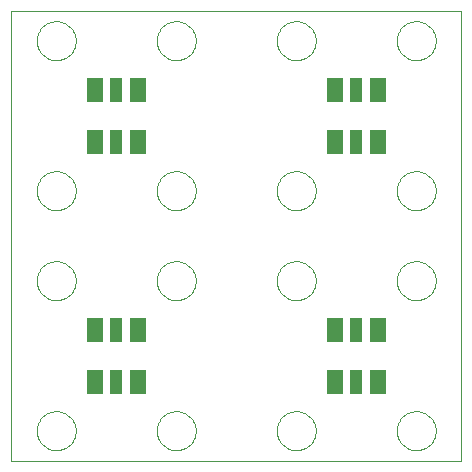
<source format=gbp>
G75*
G70*
%OFA0B0*%
%FSLAX24Y24*%
%IPPOS*%
%LPD*%
%AMOC8*
5,1,8,0,0,1.08239X$1,22.5*
%
%ADD10C,0.0000*%
%ADD11R,0.0551X0.0787*%
%ADD12R,0.0394X0.0787*%
D10*
X013838Y004001D02*
X020838Y004001D01*
X021338Y004001D01*
X021838Y004001D01*
X028838Y004001D01*
X028838Y011001D01*
X028838Y011501D01*
X028838Y012001D01*
X028838Y019001D01*
X021838Y019001D01*
X021338Y019001D01*
X020838Y019001D01*
X013838Y019001D01*
X013838Y012001D01*
X013838Y011501D01*
X013838Y011001D01*
X013838Y004001D01*
X014688Y005001D02*
X014690Y005051D01*
X014696Y005101D01*
X014706Y005151D01*
X014719Y005199D01*
X014736Y005247D01*
X014757Y005293D01*
X014781Y005337D01*
X014809Y005379D01*
X014840Y005419D01*
X014874Y005456D01*
X014911Y005491D01*
X014950Y005522D01*
X014991Y005551D01*
X015035Y005576D01*
X015081Y005598D01*
X015128Y005616D01*
X015176Y005630D01*
X015225Y005641D01*
X015275Y005648D01*
X015325Y005651D01*
X015376Y005650D01*
X015426Y005645D01*
X015476Y005636D01*
X015524Y005624D01*
X015572Y005607D01*
X015618Y005587D01*
X015663Y005564D01*
X015706Y005537D01*
X015746Y005507D01*
X015784Y005474D01*
X015819Y005438D01*
X015852Y005399D01*
X015881Y005358D01*
X015907Y005315D01*
X015930Y005270D01*
X015949Y005223D01*
X015964Y005175D01*
X015976Y005126D01*
X015984Y005076D01*
X015988Y005026D01*
X015988Y004976D01*
X015984Y004926D01*
X015976Y004876D01*
X015964Y004827D01*
X015949Y004779D01*
X015930Y004732D01*
X015907Y004687D01*
X015881Y004644D01*
X015852Y004603D01*
X015819Y004564D01*
X015784Y004528D01*
X015746Y004495D01*
X015706Y004465D01*
X015663Y004438D01*
X015618Y004415D01*
X015572Y004395D01*
X015524Y004378D01*
X015476Y004366D01*
X015426Y004357D01*
X015376Y004352D01*
X015325Y004351D01*
X015275Y004354D01*
X015225Y004361D01*
X015176Y004372D01*
X015128Y004386D01*
X015081Y004404D01*
X015035Y004426D01*
X014991Y004451D01*
X014950Y004480D01*
X014911Y004511D01*
X014874Y004546D01*
X014840Y004583D01*
X014809Y004623D01*
X014781Y004665D01*
X014757Y004709D01*
X014736Y004755D01*
X014719Y004803D01*
X014706Y004851D01*
X014696Y004901D01*
X014690Y004951D01*
X014688Y005001D01*
X018688Y005001D02*
X018690Y005051D01*
X018696Y005101D01*
X018706Y005151D01*
X018719Y005199D01*
X018736Y005247D01*
X018757Y005293D01*
X018781Y005337D01*
X018809Y005379D01*
X018840Y005419D01*
X018874Y005456D01*
X018911Y005491D01*
X018950Y005522D01*
X018991Y005551D01*
X019035Y005576D01*
X019081Y005598D01*
X019128Y005616D01*
X019176Y005630D01*
X019225Y005641D01*
X019275Y005648D01*
X019325Y005651D01*
X019376Y005650D01*
X019426Y005645D01*
X019476Y005636D01*
X019524Y005624D01*
X019572Y005607D01*
X019618Y005587D01*
X019663Y005564D01*
X019706Y005537D01*
X019746Y005507D01*
X019784Y005474D01*
X019819Y005438D01*
X019852Y005399D01*
X019881Y005358D01*
X019907Y005315D01*
X019930Y005270D01*
X019949Y005223D01*
X019964Y005175D01*
X019976Y005126D01*
X019984Y005076D01*
X019988Y005026D01*
X019988Y004976D01*
X019984Y004926D01*
X019976Y004876D01*
X019964Y004827D01*
X019949Y004779D01*
X019930Y004732D01*
X019907Y004687D01*
X019881Y004644D01*
X019852Y004603D01*
X019819Y004564D01*
X019784Y004528D01*
X019746Y004495D01*
X019706Y004465D01*
X019663Y004438D01*
X019618Y004415D01*
X019572Y004395D01*
X019524Y004378D01*
X019476Y004366D01*
X019426Y004357D01*
X019376Y004352D01*
X019325Y004351D01*
X019275Y004354D01*
X019225Y004361D01*
X019176Y004372D01*
X019128Y004386D01*
X019081Y004404D01*
X019035Y004426D01*
X018991Y004451D01*
X018950Y004480D01*
X018911Y004511D01*
X018874Y004546D01*
X018840Y004583D01*
X018809Y004623D01*
X018781Y004665D01*
X018757Y004709D01*
X018736Y004755D01*
X018719Y004803D01*
X018706Y004851D01*
X018696Y004901D01*
X018690Y004951D01*
X018688Y005001D01*
X022688Y005001D02*
X022690Y005051D01*
X022696Y005101D01*
X022706Y005151D01*
X022719Y005199D01*
X022736Y005247D01*
X022757Y005293D01*
X022781Y005337D01*
X022809Y005379D01*
X022840Y005419D01*
X022874Y005456D01*
X022911Y005491D01*
X022950Y005522D01*
X022991Y005551D01*
X023035Y005576D01*
X023081Y005598D01*
X023128Y005616D01*
X023176Y005630D01*
X023225Y005641D01*
X023275Y005648D01*
X023325Y005651D01*
X023376Y005650D01*
X023426Y005645D01*
X023476Y005636D01*
X023524Y005624D01*
X023572Y005607D01*
X023618Y005587D01*
X023663Y005564D01*
X023706Y005537D01*
X023746Y005507D01*
X023784Y005474D01*
X023819Y005438D01*
X023852Y005399D01*
X023881Y005358D01*
X023907Y005315D01*
X023930Y005270D01*
X023949Y005223D01*
X023964Y005175D01*
X023976Y005126D01*
X023984Y005076D01*
X023988Y005026D01*
X023988Y004976D01*
X023984Y004926D01*
X023976Y004876D01*
X023964Y004827D01*
X023949Y004779D01*
X023930Y004732D01*
X023907Y004687D01*
X023881Y004644D01*
X023852Y004603D01*
X023819Y004564D01*
X023784Y004528D01*
X023746Y004495D01*
X023706Y004465D01*
X023663Y004438D01*
X023618Y004415D01*
X023572Y004395D01*
X023524Y004378D01*
X023476Y004366D01*
X023426Y004357D01*
X023376Y004352D01*
X023325Y004351D01*
X023275Y004354D01*
X023225Y004361D01*
X023176Y004372D01*
X023128Y004386D01*
X023081Y004404D01*
X023035Y004426D01*
X022991Y004451D01*
X022950Y004480D01*
X022911Y004511D01*
X022874Y004546D01*
X022840Y004583D01*
X022809Y004623D01*
X022781Y004665D01*
X022757Y004709D01*
X022736Y004755D01*
X022719Y004803D01*
X022706Y004851D01*
X022696Y004901D01*
X022690Y004951D01*
X022688Y005001D01*
X026688Y005001D02*
X026690Y005051D01*
X026696Y005101D01*
X026706Y005151D01*
X026719Y005199D01*
X026736Y005247D01*
X026757Y005293D01*
X026781Y005337D01*
X026809Y005379D01*
X026840Y005419D01*
X026874Y005456D01*
X026911Y005491D01*
X026950Y005522D01*
X026991Y005551D01*
X027035Y005576D01*
X027081Y005598D01*
X027128Y005616D01*
X027176Y005630D01*
X027225Y005641D01*
X027275Y005648D01*
X027325Y005651D01*
X027376Y005650D01*
X027426Y005645D01*
X027476Y005636D01*
X027524Y005624D01*
X027572Y005607D01*
X027618Y005587D01*
X027663Y005564D01*
X027706Y005537D01*
X027746Y005507D01*
X027784Y005474D01*
X027819Y005438D01*
X027852Y005399D01*
X027881Y005358D01*
X027907Y005315D01*
X027930Y005270D01*
X027949Y005223D01*
X027964Y005175D01*
X027976Y005126D01*
X027984Y005076D01*
X027988Y005026D01*
X027988Y004976D01*
X027984Y004926D01*
X027976Y004876D01*
X027964Y004827D01*
X027949Y004779D01*
X027930Y004732D01*
X027907Y004687D01*
X027881Y004644D01*
X027852Y004603D01*
X027819Y004564D01*
X027784Y004528D01*
X027746Y004495D01*
X027706Y004465D01*
X027663Y004438D01*
X027618Y004415D01*
X027572Y004395D01*
X027524Y004378D01*
X027476Y004366D01*
X027426Y004357D01*
X027376Y004352D01*
X027325Y004351D01*
X027275Y004354D01*
X027225Y004361D01*
X027176Y004372D01*
X027128Y004386D01*
X027081Y004404D01*
X027035Y004426D01*
X026991Y004451D01*
X026950Y004480D01*
X026911Y004511D01*
X026874Y004546D01*
X026840Y004583D01*
X026809Y004623D01*
X026781Y004665D01*
X026757Y004709D01*
X026736Y004755D01*
X026719Y004803D01*
X026706Y004851D01*
X026696Y004901D01*
X026690Y004951D01*
X026688Y005001D01*
X026688Y010001D02*
X026690Y010051D01*
X026696Y010101D01*
X026706Y010151D01*
X026719Y010199D01*
X026736Y010247D01*
X026757Y010293D01*
X026781Y010337D01*
X026809Y010379D01*
X026840Y010419D01*
X026874Y010456D01*
X026911Y010491D01*
X026950Y010522D01*
X026991Y010551D01*
X027035Y010576D01*
X027081Y010598D01*
X027128Y010616D01*
X027176Y010630D01*
X027225Y010641D01*
X027275Y010648D01*
X027325Y010651D01*
X027376Y010650D01*
X027426Y010645D01*
X027476Y010636D01*
X027524Y010624D01*
X027572Y010607D01*
X027618Y010587D01*
X027663Y010564D01*
X027706Y010537D01*
X027746Y010507D01*
X027784Y010474D01*
X027819Y010438D01*
X027852Y010399D01*
X027881Y010358D01*
X027907Y010315D01*
X027930Y010270D01*
X027949Y010223D01*
X027964Y010175D01*
X027976Y010126D01*
X027984Y010076D01*
X027988Y010026D01*
X027988Y009976D01*
X027984Y009926D01*
X027976Y009876D01*
X027964Y009827D01*
X027949Y009779D01*
X027930Y009732D01*
X027907Y009687D01*
X027881Y009644D01*
X027852Y009603D01*
X027819Y009564D01*
X027784Y009528D01*
X027746Y009495D01*
X027706Y009465D01*
X027663Y009438D01*
X027618Y009415D01*
X027572Y009395D01*
X027524Y009378D01*
X027476Y009366D01*
X027426Y009357D01*
X027376Y009352D01*
X027325Y009351D01*
X027275Y009354D01*
X027225Y009361D01*
X027176Y009372D01*
X027128Y009386D01*
X027081Y009404D01*
X027035Y009426D01*
X026991Y009451D01*
X026950Y009480D01*
X026911Y009511D01*
X026874Y009546D01*
X026840Y009583D01*
X026809Y009623D01*
X026781Y009665D01*
X026757Y009709D01*
X026736Y009755D01*
X026719Y009803D01*
X026706Y009851D01*
X026696Y009901D01*
X026690Y009951D01*
X026688Y010001D01*
X022688Y010001D02*
X022690Y010051D01*
X022696Y010101D01*
X022706Y010151D01*
X022719Y010199D01*
X022736Y010247D01*
X022757Y010293D01*
X022781Y010337D01*
X022809Y010379D01*
X022840Y010419D01*
X022874Y010456D01*
X022911Y010491D01*
X022950Y010522D01*
X022991Y010551D01*
X023035Y010576D01*
X023081Y010598D01*
X023128Y010616D01*
X023176Y010630D01*
X023225Y010641D01*
X023275Y010648D01*
X023325Y010651D01*
X023376Y010650D01*
X023426Y010645D01*
X023476Y010636D01*
X023524Y010624D01*
X023572Y010607D01*
X023618Y010587D01*
X023663Y010564D01*
X023706Y010537D01*
X023746Y010507D01*
X023784Y010474D01*
X023819Y010438D01*
X023852Y010399D01*
X023881Y010358D01*
X023907Y010315D01*
X023930Y010270D01*
X023949Y010223D01*
X023964Y010175D01*
X023976Y010126D01*
X023984Y010076D01*
X023988Y010026D01*
X023988Y009976D01*
X023984Y009926D01*
X023976Y009876D01*
X023964Y009827D01*
X023949Y009779D01*
X023930Y009732D01*
X023907Y009687D01*
X023881Y009644D01*
X023852Y009603D01*
X023819Y009564D01*
X023784Y009528D01*
X023746Y009495D01*
X023706Y009465D01*
X023663Y009438D01*
X023618Y009415D01*
X023572Y009395D01*
X023524Y009378D01*
X023476Y009366D01*
X023426Y009357D01*
X023376Y009352D01*
X023325Y009351D01*
X023275Y009354D01*
X023225Y009361D01*
X023176Y009372D01*
X023128Y009386D01*
X023081Y009404D01*
X023035Y009426D01*
X022991Y009451D01*
X022950Y009480D01*
X022911Y009511D01*
X022874Y009546D01*
X022840Y009583D01*
X022809Y009623D01*
X022781Y009665D01*
X022757Y009709D01*
X022736Y009755D01*
X022719Y009803D01*
X022706Y009851D01*
X022696Y009901D01*
X022690Y009951D01*
X022688Y010001D01*
X018688Y010001D02*
X018690Y010051D01*
X018696Y010101D01*
X018706Y010151D01*
X018719Y010199D01*
X018736Y010247D01*
X018757Y010293D01*
X018781Y010337D01*
X018809Y010379D01*
X018840Y010419D01*
X018874Y010456D01*
X018911Y010491D01*
X018950Y010522D01*
X018991Y010551D01*
X019035Y010576D01*
X019081Y010598D01*
X019128Y010616D01*
X019176Y010630D01*
X019225Y010641D01*
X019275Y010648D01*
X019325Y010651D01*
X019376Y010650D01*
X019426Y010645D01*
X019476Y010636D01*
X019524Y010624D01*
X019572Y010607D01*
X019618Y010587D01*
X019663Y010564D01*
X019706Y010537D01*
X019746Y010507D01*
X019784Y010474D01*
X019819Y010438D01*
X019852Y010399D01*
X019881Y010358D01*
X019907Y010315D01*
X019930Y010270D01*
X019949Y010223D01*
X019964Y010175D01*
X019976Y010126D01*
X019984Y010076D01*
X019988Y010026D01*
X019988Y009976D01*
X019984Y009926D01*
X019976Y009876D01*
X019964Y009827D01*
X019949Y009779D01*
X019930Y009732D01*
X019907Y009687D01*
X019881Y009644D01*
X019852Y009603D01*
X019819Y009564D01*
X019784Y009528D01*
X019746Y009495D01*
X019706Y009465D01*
X019663Y009438D01*
X019618Y009415D01*
X019572Y009395D01*
X019524Y009378D01*
X019476Y009366D01*
X019426Y009357D01*
X019376Y009352D01*
X019325Y009351D01*
X019275Y009354D01*
X019225Y009361D01*
X019176Y009372D01*
X019128Y009386D01*
X019081Y009404D01*
X019035Y009426D01*
X018991Y009451D01*
X018950Y009480D01*
X018911Y009511D01*
X018874Y009546D01*
X018840Y009583D01*
X018809Y009623D01*
X018781Y009665D01*
X018757Y009709D01*
X018736Y009755D01*
X018719Y009803D01*
X018706Y009851D01*
X018696Y009901D01*
X018690Y009951D01*
X018688Y010001D01*
X014688Y010001D02*
X014690Y010051D01*
X014696Y010101D01*
X014706Y010151D01*
X014719Y010199D01*
X014736Y010247D01*
X014757Y010293D01*
X014781Y010337D01*
X014809Y010379D01*
X014840Y010419D01*
X014874Y010456D01*
X014911Y010491D01*
X014950Y010522D01*
X014991Y010551D01*
X015035Y010576D01*
X015081Y010598D01*
X015128Y010616D01*
X015176Y010630D01*
X015225Y010641D01*
X015275Y010648D01*
X015325Y010651D01*
X015376Y010650D01*
X015426Y010645D01*
X015476Y010636D01*
X015524Y010624D01*
X015572Y010607D01*
X015618Y010587D01*
X015663Y010564D01*
X015706Y010537D01*
X015746Y010507D01*
X015784Y010474D01*
X015819Y010438D01*
X015852Y010399D01*
X015881Y010358D01*
X015907Y010315D01*
X015930Y010270D01*
X015949Y010223D01*
X015964Y010175D01*
X015976Y010126D01*
X015984Y010076D01*
X015988Y010026D01*
X015988Y009976D01*
X015984Y009926D01*
X015976Y009876D01*
X015964Y009827D01*
X015949Y009779D01*
X015930Y009732D01*
X015907Y009687D01*
X015881Y009644D01*
X015852Y009603D01*
X015819Y009564D01*
X015784Y009528D01*
X015746Y009495D01*
X015706Y009465D01*
X015663Y009438D01*
X015618Y009415D01*
X015572Y009395D01*
X015524Y009378D01*
X015476Y009366D01*
X015426Y009357D01*
X015376Y009352D01*
X015325Y009351D01*
X015275Y009354D01*
X015225Y009361D01*
X015176Y009372D01*
X015128Y009386D01*
X015081Y009404D01*
X015035Y009426D01*
X014991Y009451D01*
X014950Y009480D01*
X014911Y009511D01*
X014874Y009546D01*
X014840Y009583D01*
X014809Y009623D01*
X014781Y009665D01*
X014757Y009709D01*
X014736Y009755D01*
X014719Y009803D01*
X014706Y009851D01*
X014696Y009901D01*
X014690Y009951D01*
X014688Y010001D01*
X014688Y013001D02*
X014690Y013051D01*
X014696Y013101D01*
X014706Y013151D01*
X014719Y013199D01*
X014736Y013247D01*
X014757Y013293D01*
X014781Y013337D01*
X014809Y013379D01*
X014840Y013419D01*
X014874Y013456D01*
X014911Y013491D01*
X014950Y013522D01*
X014991Y013551D01*
X015035Y013576D01*
X015081Y013598D01*
X015128Y013616D01*
X015176Y013630D01*
X015225Y013641D01*
X015275Y013648D01*
X015325Y013651D01*
X015376Y013650D01*
X015426Y013645D01*
X015476Y013636D01*
X015524Y013624D01*
X015572Y013607D01*
X015618Y013587D01*
X015663Y013564D01*
X015706Y013537D01*
X015746Y013507D01*
X015784Y013474D01*
X015819Y013438D01*
X015852Y013399D01*
X015881Y013358D01*
X015907Y013315D01*
X015930Y013270D01*
X015949Y013223D01*
X015964Y013175D01*
X015976Y013126D01*
X015984Y013076D01*
X015988Y013026D01*
X015988Y012976D01*
X015984Y012926D01*
X015976Y012876D01*
X015964Y012827D01*
X015949Y012779D01*
X015930Y012732D01*
X015907Y012687D01*
X015881Y012644D01*
X015852Y012603D01*
X015819Y012564D01*
X015784Y012528D01*
X015746Y012495D01*
X015706Y012465D01*
X015663Y012438D01*
X015618Y012415D01*
X015572Y012395D01*
X015524Y012378D01*
X015476Y012366D01*
X015426Y012357D01*
X015376Y012352D01*
X015325Y012351D01*
X015275Y012354D01*
X015225Y012361D01*
X015176Y012372D01*
X015128Y012386D01*
X015081Y012404D01*
X015035Y012426D01*
X014991Y012451D01*
X014950Y012480D01*
X014911Y012511D01*
X014874Y012546D01*
X014840Y012583D01*
X014809Y012623D01*
X014781Y012665D01*
X014757Y012709D01*
X014736Y012755D01*
X014719Y012803D01*
X014706Y012851D01*
X014696Y012901D01*
X014690Y012951D01*
X014688Y013001D01*
X018688Y013001D02*
X018690Y013051D01*
X018696Y013101D01*
X018706Y013151D01*
X018719Y013199D01*
X018736Y013247D01*
X018757Y013293D01*
X018781Y013337D01*
X018809Y013379D01*
X018840Y013419D01*
X018874Y013456D01*
X018911Y013491D01*
X018950Y013522D01*
X018991Y013551D01*
X019035Y013576D01*
X019081Y013598D01*
X019128Y013616D01*
X019176Y013630D01*
X019225Y013641D01*
X019275Y013648D01*
X019325Y013651D01*
X019376Y013650D01*
X019426Y013645D01*
X019476Y013636D01*
X019524Y013624D01*
X019572Y013607D01*
X019618Y013587D01*
X019663Y013564D01*
X019706Y013537D01*
X019746Y013507D01*
X019784Y013474D01*
X019819Y013438D01*
X019852Y013399D01*
X019881Y013358D01*
X019907Y013315D01*
X019930Y013270D01*
X019949Y013223D01*
X019964Y013175D01*
X019976Y013126D01*
X019984Y013076D01*
X019988Y013026D01*
X019988Y012976D01*
X019984Y012926D01*
X019976Y012876D01*
X019964Y012827D01*
X019949Y012779D01*
X019930Y012732D01*
X019907Y012687D01*
X019881Y012644D01*
X019852Y012603D01*
X019819Y012564D01*
X019784Y012528D01*
X019746Y012495D01*
X019706Y012465D01*
X019663Y012438D01*
X019618Y012415D01*
X019572Y012395D01*
X019524Y012378D01*
X019476Y012366D01*
X019426Y012357D01*
X019376Y012352D01*
X019325Y012351D01*
X019275Y012354D01*
X019225Y012361D01*
X019176Y012372D01*
X019128Y012386D01*
X019081Y012404D01*
X019035Y012426D01*
X018991Y012451D01*
X018950Y012480D01*
X018911Y012511D01*
X018874Y012546D01*
X018840Y012583D01*
X018809Y012623D01*
X018781Y012665D01*
X018757Y012709D01*
X018736Y012755D01*
X018719Y012803D01*
X018706Y012851D01*
X018696Y012901D01*
X018690Y012951D01*
X018688Y013001D01*
X022688Y013001D02*
X022690Y013051D01*
X022696Y013101D01*
X022706Y013151D01*
X022719Y013199D01*
X022736Y013247D01*
X022757Y013293D01*
X022781Y013337D01*
X022809Y013379D01*
X022840Y013419D01*
X022874Y013456D01*
X022911Y013491D01*
X022950Y013522D01*
X022991Y013551D01*
X023035Y013576D01*
X023081Y013598D01*
X023128Y013616D01*
X023176Y013630D01*
X023225Y013641D01*
X023275Y013648D01*
X023325Y013651D01*
X023376Y013650D01*
X023426Y013645D01*
X023476Y013636D01*
X023524Y013624D01*
X023572Y013607D01*
X023618Y013587D01*
X023663Y013564D01*
X023706Y013537D01*
X023746Y013507D01*
X023784Y013474D01*
X023819Y013438D01*
X023852Y013399D01*
X023881Y013358D01*
X023907Y013315D01*
X023930Y013270D01*
X023949Y013223D01*
X023964Y013175D01*
X023976Y013126D01*
X023984Y013076D01*
X023988Y013026D01*
X023988Y012976D01*
X023984Y012926D01*
X023976Y012876D01*
X023964Y012827D01*
X023949Y012779D01*
X023930Y012732D01*
X023907Y012687D01*
X023881Y012644D01*
X023852Y012603D01*
X023819Y012564D01*
X023784Y012528D01*
X023746Y012495D01*
X023706Y012465D01*
X023663Y012438D01*
X023618Y012415D01*
X023572Y012395D01*
X023524Y012378D01*
X023476Y012366D01*
X023426Y012357D01*
X023376Y012352D01*
X023325Y012351D01*
X023275Y012354D01*
X023225Y012361D01*
X023176Y012372D01*
X023128Y012386D01*
X023081Y012404D01*
X023035Y012426D01*
X022991Y012451D01*
X022950Y012480D01*
X022911Y012511D01*
X022874Y012546D01*
X022840Y012583D01*
X022809Y012623D01*
X022781Y012665D01*
X022757Y012709D01*
X022736Y012755D01*
X022719Y012803D01*
X022706Y012851D01*
X022696Y012901D01*
X022690Y012951D01*
X022688Y013001D01*
X026688Y013001D02*
X026690Y013051D01*
X026696Y013101D01*
X026706Y013151D01*
X026719Y013199D01*
X026736Y013247D01*
X026757Y013293D01*
X026781Y013337D01*
X026809Y013379D01*
X026840Y013419D01*
X026874Y013456D01*
X026911Y013491D01*
X026950Y013522D01*
X026991Y013551D01*
X027035Y013576D01*
X027081Y013598D01*
X027128Y013616D01*
X027176Y013630D01*
X027225Y013641D01*
X027275Y013648D01*
X027325Y013651D01*
X027376Y013650D01*
X027426Y013645D01*
X027476Y013636D01*
X027524Y013624D01*
X027572Y013607D01*
X027618Y013587D01*
X027663Y013564D01*
X027706Y013537D01*
X027746Y013507D01*
X027784Y013474D01*
X027819Y013438D01*
X027852Y013399D01*
X027881Y013358D01*
X027907Y013315D01*
X027930Y013270D01*
X027949Y013223D01*
X027964Y013175D01*
X027976Y013126D01*
X027984Y013076D01*
X027988Y013026D01*
X027988Y012976D01*
X027984Y012926D01*
X027976Y012876D01*
X027964Y012827D01*
X027949Y012779D01*
X027930Y012732D01*
X027907Y012687D01*
X027881Y012644D01*
X027852Y012603D01*
X027819Y012564D01*
X027784Y012528D01*
X027746Y012495D01*
X027706Y012465D01*
X027663Y012438D01*
X027618Y012415D01*
X027572Y012395D01*
X027524Y012378D01*
X027476Y012366D01*
X027426Y012357D01*
X027376Y012352D01*
X027325Y012351D01*
X027275Y012354D01*
X027225Y012361D01*
X027176Y012372D01*
X027128Y012386D01*
X027081Y012404D01*
X027035Y012426D01*
X026991Y012451D01*
X026950Y012480D01*
X026911Y012511D01*
X026874Y012546D01*
X026840Y012583D01*
X026809Y012623D01*
X026781Y012665D01*
X026757Y012709D01*
X026736Y012755D01*
X026719Y012803D01*
X026706Y012851D01*
X026696Y012901D01*
X026690Y012951D01*
X026688Y013001D01*
X026688Y018001D02*
X026690Y018051D01*
X026696Y018101D01*
X026706Y018151D01*
X026719Y018199D01*
X026736Y018247D01*
X026757Y018293D01*
X026781Y018337D01*
X026809Y018379D01*
X026840Y018419D01*
X026874Y018456D01*
X026911Y018491D01*
X026950Y018522D01*
X026991Y018551D01*
X027035Y018576D01*
X027081Y018598D01*
X027128Y018616D01*
X027176Y018630D01*
X027225Y018641D01*
X027275Y018648D01*
X027325Y018651D01*
X027376Y018650D01*
X027426Y018645D01*
X027476Y018636D01*
X027524Y018624D01*
X027572Y018607D01*
X027618Y018587D01*
X027663Y018564D01*
X027706Y018537D01*
X027746Y018507D01*
X027784Y018474D01*
X027819Y018438D01*
X027852Y018399D01*
X027881Y018358D01*
X027907Y018315D01*
X027930Y018270D01*
X027949Y018223D01*
X027964Y018175D01*
X027976Y018126D01*
X027984Y018076D01*
X027988Y018026D01*
X027988Y017976D01*
X027984Y017926D01*
X027976Y017876D01*
X027964Y017827D01*
X027949Y017779D01*
X027930Y017732D01*
X027907Y017687D01*
X027881Y017644D01*
X027852Y017603D01*
X027819Y017564D01*
X027784Y017528D01*
X027746Y017495D01*
X027706Y017465D01*
X027663Y017438D01*
X027618Y017415D01*
X027572Y017395D01*
X027524Y017378D01*
X027476Y017366D01*
X027426Y017357D01*
X027376Y017352D01*
X027325Y017351D01*
X027275Y017354D01*
X027225Y017361D01*
X027176Y017372D01*
X027128Y017386D01*
X027081Y017404D01*
X027035Y017426D01*
X026991Y017451D01*
X026950Y017480D01*
X026911Y017511D01*
X026874Y017546D01*
X026840Y017583D01*
X026809Y017623D01*
X026781Y017665D01*
X026757Y017709D01*
X026736Y017755D01*
X026719Y017803D01*
X026706Y017851D01*
X026696Y017901D01*
X026690Y017951D01*
X026688Y018001D01*
X022688Y018001D02*
X022690Y018051D01*
X022696Y018101D01*
X022706Y018151D01*
X022719Y018199D01*
X022736Y018247D01*
X022757Y018293D01*
X022781Y018337D01*
X022809Y018379D01*
X022840Y018419D01*
X022874Y018456D01*
X022911Y018491D01*
X022950Y018522D01*
X022991Y018551D01*
X023035Y018576D01*
X023081Y018598D01*
X023128Y018616D01*
X023176Y018630D01*
X023225Y018641D01*
X023275Y018648D01*
X023325Y018651D01*
X023376Y018650D01*
X023426Y018645D01*
X023476Y018636D01*
X023524Y018624D01*
X023572Y018607D01*
X023618Y018587D01*
X023663Y018564D01*
X023706Y018537D01*
X023746Y018507D01*
X023784Y018474D01*
X023819Y018438D01*
X023852Y018399D01*
X023881Y018358D01*
X023907Y018315D01*
X023930Y018270D01*
X023949Y018223D01*
X023964Y018175D01*
X023976Y018126D01*
X023984Y018076D01*
X023988Y018026D01*
X023988Y017976D01*
X023984Y017926D01*
X023976Y017876D01*
X023964Y017827D01*
X023949Y017779D01*
X023930Y017732D01*
X023907Y017687D01*
X023881Y017644D01*
X023852Y017603D01*
X023819Y017564D01*
X023784Y017528D01*
X023746Y017495D01*
X023706Y017465D01*
X023663Y017438D01*
X023618Y017415D01*
X023572Y017395D01*
X023524Y017378D01*
X023476Y017366D01*
X023426Y017357D01*
X023376Y017352D01*
X023325Y017351D01*
X023275Y017354D01*
X023225Y017361D01*
X023176Y017372D01*
X023128Y017386D01*
X023081Y017404D01*
X023035Y017426D01*
X022991Y017451D01*
X022950Y017480D01*
X022911Y017511D01*
X022874Y017546D01*
X022840Y017583D01*
X022809Y017623D01*
X022781Y017665D01*
X022757Y017709D01*
X022736Y017755D01*
X022719Y017803D01*
X022706Y017851D01*
X022696Y017901D01*
X022690Y017951D01*
X022688Y018001D01*
X018688Y018001D02*
X018690Y018051D01*
X018696Y018101D01*
X018706Y018151D01*
X018719Y018199D01*
X018736Y018247D01*
X018757Y018293D01*
X018781Y018337D01*
X018809Y018379D01*
X018840Y018419D01*
X018874Y018456D01*
X018911Y018491D01*
X018950Y018522D01*
X018991Y018551D01*
X019035Y018576D01*
X019081Y018598D01*
X019128Y018616D01*
X019176Y018630D01*
X019225Y018641D01*
X019275Y018648D01*
X019325Y018651D01*
X019376Y018650D01*
X019426Y018645D01*
X019476Y018636D01*
X019524Y018624D01*
X019572Y018607D01*
X019618Y018587D01*
X019663Y018564D01*
X019706Y018537D01*
X019746Y018507D01*
X019784Y018474D01*
X019819Y018438D01*
X019852Y018399D01*
X019881Y018358D01*
X019907Y018315D01*
X019930Y018270D01*
X019949Y018223D01*
X019964Y018175D01*
X019976Y018126D01*
X019984Y018076D01*
X019988Y018026D01*
X019988Y017976D01*
X019984Y017926D01*
X019976Y017876D01*
X019964Y017827D01*
X019949Y017779D01*
X019930Y017732D01*
X019907Y017687D01*
X019881Y017644D01*
X019852Y017603D01*
X019819Y017564D01*
X019784Y017528D01*
X019746Y017495D01*
X019706Y017465D01*
X019663Y017438D01*
X019618Y017415D01*
X019572Y017395D01*
X019524Y017378D01*
X019476Y017366D01*
X019426Y017357D01*
X019376Y017352D01*
X019325Y017351D01*
X019275Y017354D01*
X019225Y017361D01*
X019176Y017372D01*
X019128Y017386D01*
X019081Y017404D01*
X019035Y017426D01*
X018991Y017451D01*
X018950Y017480D01*
X018911Y017511D01*
X018874Y017546D01*
X018840Y017583D01*
X018809Y017623D01*
X018781Y017665D01*
X018757Y017709D01*
X018736Y017755D01*
X018719Y017803D01*
X018706Y017851D01*
X018696Y017901D01*
X018690Y017951D01*
X018688Y018001D01*
X014688Y018001D02*
X014690Y018051D01*
X014696Y018101D01*
X014706Y018151D01*
X014719Y018199D01*
X014736Y018247D01*
X014757Y018293D01*
X014781Y018337D01*
X014809Y018379D01*
X014840Y018419D01*
X014874Y018456D01*
X014911Y018491D01*
X014950Y018522D01*
X014991Y018551D01*
X015035Y018576D01*
X015081Y018598D01*
X015128Y018616D01*
X015176Y018630D01*
X015225Y018641D01*
X015275Y018648D01*
X015325Y018651D01*
X015376Y018650D01*
X015426Y018645D01*
X015476Y018636D01*
X015524Y018624D01*
X015572Y018607D01*
X015618Y018587D01*
X015663Y018564D01*
X015706Y018537D01*
X015746Y018507D01*
X015784Y018474D01*
X015819Y018438D01*
X015852Y018399D01*
X015881Y018358D01*
X015907Y018315D01*
X015930Y018270D01*
X015949Y018223D01*
X015964Y018175D01*
X015976Y018126D01*
X015984Y018076D01*
X015988Y018026D01*
X015988Y017976D01*
X015984Y017926D01*
X015976Y017876D01*
X015964Y017827D01*
X015949Y017779D01*
X015930Y017732D01*
X015907Y017687D01*
X015881Y017644D01*
X015852Y017603D01*
X015819Y017564D01*
X015784Y017528D01*
X015746Y017495D01*
X015706Y017465D01*
X015663Y017438D01*
X015618Y017415D01*
X015572Y017395D01*
X015524Y017378D01*
X015476Y017366D01*
X015426Y017357D01*
X015376Y017352D01*
X015325Y017351D01*
X015275Y017354D01*
X015225Y017361D01*
X015176Y017372D01*
X015128Y017386D01*
X015081Y017404D01*
X015035Y017426D01*
X014991Y017451D01*
X014950Y017480D01*
X014911Y017511D01*
X014874Y017546D01*
X014840Y017583D01*
X014809Y017623D01*
X014781Y017665D01*
X014757Y017709D01*
X014736Y017755D01*
X014719Y017803D01*
X014706Y017851D01*
X014696Y017901D01*
X014690Y017951D01*
X014688Y018001D01*
D11*
X016629Y016367D03*
X018047Y016367D03*
X018047Y014635D03*
X016629Y014635D03*
X024629Y014635D03*
X026047Y014635D03*
X026047Y016367D03*
X024629Y016367D03*
X024629Y008367D03*
X026047Y008367D03*
X026047Y006635D03*
X024629Y006635D03*
X018047Y006635D03*
X016629Y006635D03*
X016629Y008367D03*
X018047Y008367D03*
D12*
X017338Y008367D03*
X017338Y006635D03*
X025338Y006635D03*
X025338Y008367D03*
X025338Y014635D03*
X025338Y016367D03*
X017338Y016367D03*
X017338Y014635D03*
M02*

</source>
